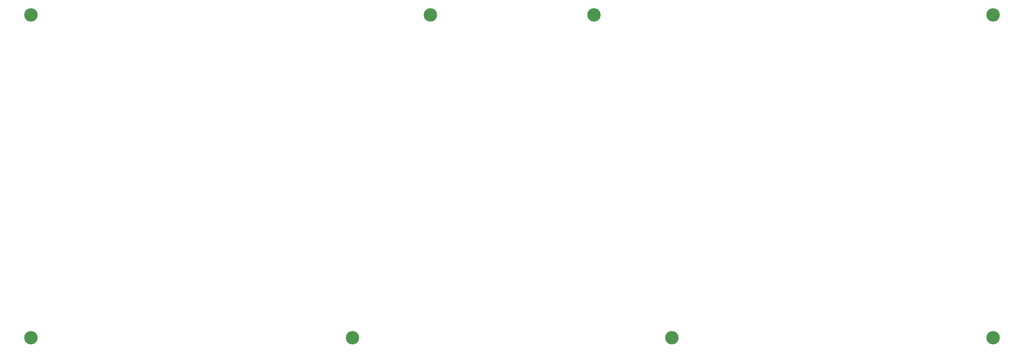
<source format=gbr>
%TF.GenerationSoftware,KiCad,Pcbnew,(5.99.0-8803-gb07c8110c8)*%
%TF.CreationDate,2021-05-08T13:24:52+01:00*%
%TF.ProjectId,Plate,506c6174-652e-46b6-9963-61645f706362,rev?*%
%TF.SameCoordinates,Original*%
%TF.FileFunction,Soldermask,Top*%
%TF.FilePolarity,Negative*%
%FSLAX46Y46*%
G04 Gerber Fmt 4.6, Leading zero omitted, Abs format (unit mm)*
G04 Created by KiCad (PCBNEW (5.99.0-8803-gb07c8110c8)) date 2021-05-08 13:24:52*
%MOMM*%
%LPD*%
G01*
G04 APERTURE LIST*
%ADD10C,3.200000*%
G04 APERTURE END LIST*
D10*
%TO.C,H7*%
X172500000Y-140000000D03*
%TD*%
%TO.C,H4*%
X249000000Y-63000000D03*
%TD*%
%TO.C,H1*%
X20000000Y-63000000D03*
%TD*%
%TO.C,H3*%
X154000000Y-63000000D03*
%TD*%
%TO.C,H5*%
X20000000Y-140000000D03*
%TD*%
%TO.C,H8*%
X249000000Y-140000000D03*
%TD*%
%TO.C,H6*%
X96500000Y-140000000D03*
%TD*%
%TO.C,H2*%
X115000000Y-63000000D03*
%TD*%
M02*

</source>
